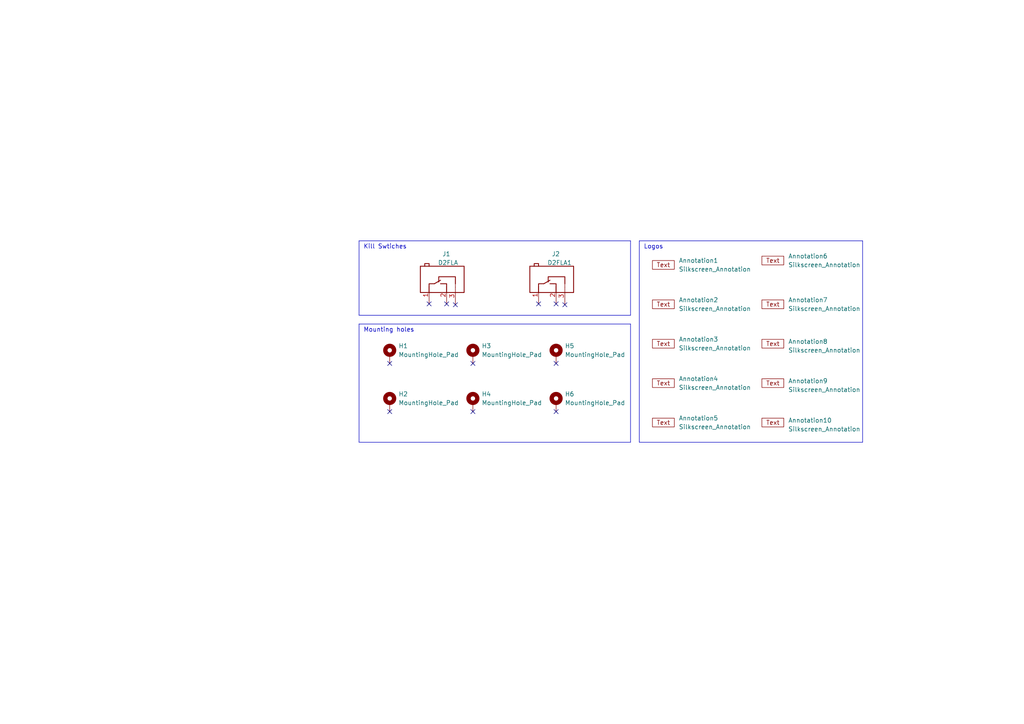
<source format=kicad_sch>
(kicad_sch (version 20230121) (generator eeschema)
  (paper "A4")
  (lib_symbols
    (symbol "-nsl_symbols:Silkscreen_Annotation"
      (property "Reference" "Annotation" (at 3.81 0 0))
      (property "Value" "Silkscreen_Annotation" (at 8.89 2.54 0))
      (symbol "Silkscreen_Annotation_0_0"
        (text "Text" (at 1.905 5.715 0) (effects (font (size 1.27 1.27))))
      )
      (symbol "Silkscreen_Annotation_0_1"
        (rectangle (start -1.27 6.985) (end 5.08 4.445))
      )
    )
    (symbol "Mechanical:MountingHole_Pad" (pin_numbers hide) (pin_names (offset 1.016) hide)
      (property "Reference" "H" (at 0 6.35 0))
      (property "Value" "MountingHole_Pad" (at 0 4.445 0))
      (symbol "MountingHole_Pad_0_1"
        (circle (center 0 1.27) (radius 1.27) (stroke (width 1.27)))
      )
      (symbol "MountingHole_Pad_1_1"
        (pin input line (at 0 -2.54 90) (length 2.54) (name "1") (number "1"))
      )
    )
    (symbol "miscelaneous-nsl:D2FLA"
      (property "Reference" "J" (at 0.254 7.62 0))
      (property "Value" "D2FLA" (at 0.508 5.588 0))
      (symbol "D2FLA_0_1"
        (polyline (pts (xy 3.81 -1.016) (xy 3.81 -2.032)))
      )
      (symbol "D2FLA_1_0"
        (polyline (pts (xy -2.286 -1.016) (xy -0.508 0)) (stroke (width 0.254)))
        (polyline (pts (xy -3.81 -3.556) (xy -3.81 -1.016) (xy -3.81 -1.016) (xy -2.286 -1.016)) (stroke (width 0.254)))
        (polyline (pts (xy -0.508 -1.016) (xy 1.27 -1.016) (xy 1.27 -1.016) (xy 1.27 -3.556)) (stroke (width 0.254)))
        (polyline (pts (xy -5.08 4.064) (xy -5.08 4.826) (xy -5.08 4.826) (xy -3.81 4.826) (xy -3.81 4.826) (xy -3.81 4.064)) (stroke (width 0.254)))
        (polyline (pts (xy 3.81 -1.016) (xy 3.81 1.016) (xy 3.81 1.016) (xy -1.016 1.016) (xy -1.016 1.016) (xy -1.016 -0.508)) (stroke (width 0.254)))
        (rectangle (start 6.35 4.064) (end -6.35 -3.556) (stroke (width 0.254)))
        (pin passive line (at -3.81 -6.858 90) (length 5.08) (name "COM") (number "1"))
        (pin passive line (at 1.27 -6.858 90) (length 5.08) (name "NO") (number "2"))
        (pin passive line (at 3.81 -7.112 90) (length 5.08) (name "NC") (number "3"))
      )
    )
    (symbol "symbols-nsl:Silkscreen_Annotation"
      (property "Reference" "Annotation" (at 3.81 0 0))
      (property "Value" "Silkscreen_Annotation" (at 8.89 2.54 0))
      (symbol "Silkscreen_Annotation_0_0"
        (text "Text" (at 1.905 5.715 0) (effects (font (size 1.27 1.27))))
      )
      (symbol "Silkscreen_Annotation_0_1"
        (rectangle (start -1.27 6.985) (end 5.08 4.445))
      )
    )
  )
  (no_connect (at 163.83 88.392))
  (no_connect (at 161.29 105.41))
  (no_connect (at 137.16 119.38))
  (no_connect (at 156.21 88.138))
  (no_connect (at 113.03 119.38))
  (no_connect (at 132.08 88.392))
  (no_connect (at 129.54 88.138))
  (no_connect (at 161.29 119.38))
  (no_connect (at 124.46 88.138))
  (no_connect (at 137.16 105.41))
  (no_connect (at 161.29 88.138))
  (no_connect (at 113.03 105.41))
  (polyline (pts (xy 104.14 69.85) (xy 104.14 91.44)))
  (polyline (pts (xy 250.19 128.27) (xy 185.42 128.27)))
  (polyline (pts (xy 182.88 93.98) (xy 182.88 128.27)))
  (polyline (pts (xy 182.88 69.85) (xy 182.88 91.44)))
  (polyline (pts (xy 182.88 128.27) (xy 104.14 128.27)))
  (polyline (pts (xy 185.42 69.85) (xy 185.42 128.27)))
  (polyline (pts (xy 104.14 93.98) (xy 182.88 93.98)))
  (polyline (pts (xy 250.19 69.85) (xy 250.19 128.27)))
  (polyline (pts (xy 104.14 69.85) (xy 182.88 69.85)))
  (polyline (pts (xy 182.88 91.44) (xy 104.14 91.44)))
  (polyline (pts (xy 185.42 69.85) (xy 250.19 69.85)))
  (polyline (pts (xy 104.14 93.98) (xy 104.14 128.27)))
  (text "Kill Swtiches" (at 105.41 72.39 0) (effects (font (size 1.27 1.27)) (justify left bottom)))
  (text "Logos\n" (at 186.69 72.39 0) (effects (font (size 1.27 1.27)) (justify left bottom)))
  (text "Mounting holes\n" (at 105.41 96.52 0) (effects (font (size 1.27 1.27)) (justify left bottom)))
  (symbol (lib_id "symbols-nsl:Silkscreen_Annotation") (at 190.5 105.41 0) (unit 1)
    (property "Reference" "Annotation3" (at 196.85 98.4249 0) (effects (justify left)))
    (property "Value" "Silkscreen_Annotation" (at 196.85 100.9649 0) (effects (justify left)))
    (property "Footprint" "-nsl_symbols:NSL_long" (effects hide))
  )
  (symbol (lib_id "symbols-nsl:Silkscreen_Annotation") (at 190.5 82.55 0) (unit 1)
    (property "Reference" "Annotation1" (at 196.85 75.5649 0) (effects (justify left)))
    (property "Value" "Silkscreen_Annotation" (at 196.85 78.1049 0) (effects (justify left)))
    (property "Footprint" "-nsl_symbols:NSL_long" (effects hide))
  )
  (symbol (lib_id "symbols-nsl:Silkscreen_Annotation") (at 190.5 128.27 0) (unit 1)
    (property "Reference" "Annotation5" (at 196.85 121.2849 0) (effects (justify left)))
    (property "Value" "Silkscreen_Annotation" (at 196.85 123.8249 0) (effects (justify left)))
    (property "Footprint" "-nsl_symbols:GRSS" (effects hide))
  )
  (symbol (lib_id "Mechanical:MountingHole_Pad") (at 113.03 116.84 0) (unit 1)
    (property "Reference" "H2" (at 115.57 114.2999 0) (effects (justify left)))
    (property "Value" "MountingHole_Pad" (at 115.57 116.8399 0) (effects (justify left)))
    (property "Footprint" "MountingHole:MountingHole_2.2mm_M2_Pad" (effects hide))
  )
  (symbol (lib_id "symbols-nsl:Silkscreen_Annotation") (at 190.5 93.98 0) (unit 1)
    (property "Reference" "Annotation2" (at 196.85 86.9949 0) (effects (justify left)))
    (property "Value" "Silkscreen_Annotation" (at 196.85 89.5349 0) (effects (justify left)))
    (property "Footprint" "-nsl_symbols:NSL_long" (effects hide))
  )
  (symbol (lib_id "Mechanical:MountingHole_Pad") (at 113.03 102.87 0) (unit 1)
    (property "Reference" "H1" (at 115.57 100.3299 0) (effects (justify left)))
    (property "Value" "MountingHole_Pad" (at 115.57 102.8699 0) (effects (justify left)))
    (property "Footprint" "MountingHole:MountingHole_2.2mm_M2_Pad" (effects hide))
  )
  (symbol (lib_id "Mechanical:MountingHole_Pad") (at 161.29 116.84 0) (unit 1)
    (property "Reference" "H6" (at 163.83 114.2999 0) (effects (justify left)))
    (property "Value" "MountingHole_Pad" (at 163.83 116.8399 0) (effects (justify left)))
    (property "Footprint" "MountingHole:MountingHole_2.2mm_M2_Pad" (effects hide))
  )
  (symbol (lib_id "symbols-nsl:Silkscreen_Annotation") (at 190.5 116.84 0) (unit 1)
    (property "Reference" "Annotation4" (at 196.85 109.8549 0) (effects (justify left)))
    (property "Value" "Silkscreen_Annotation" (at 196.85 112.3949 0) (effects (justify left)))
    (property "Footprint" "-nsl_symbols:NSL_long" (effects hide))
  )
  (symbol (lib_id "symbols-nsl:Silkscreen_Annotation") (at 222.25 93.98 0) (unit 1)
    (property "Reference" "Annotation7" (at 228.6 86.9949 0) (effects (justify left)))
    (property "Value" "Silkscreen_Annotation" (at 228.6 89.5349 0) (effects (justify left)))
    (property "Footprint" "-nsl_symbols:Bridgemaker" (effects hide))
  )
  (symbol (lib_id "Mechanical:MountingHole_Pad") (at 161.29 102.87 0) (unit 1)
    (property "Reference" "H5" (at 163.83 100.3299 0) (effects (justify left)))
    (property "Value" "MountingHole_Pad" (at 163.83 102.8699 0) (effects (justify left)))
    (property "Footprint" "MountingHole:MountingHole_2.2mm_M2_Pad" (effects hide))
  )
  (symbol (lib_id "symbols-nsl:Silkscreen_Annotation") (at 222.25 81.28 0) (unit 1)
    (property "Reference" "Annotation6" (at 228.6 74.2949 0) (effects (justify left)))
    (property "Value" "Silkscreen_Annotation" (at 228.6 76.8349 0) (effects (justify left)))
    (property "Footprint" "-nsl_symbols:IEEE_logo" (effects hide))
  )
  (symbol (lib_id "miscelaneous-nsl:D2FLA") (at 160.02 81.28 0) (unit 1) (in_bom no)
    (property "Reference" "J2" (at 160.02 73.66 0) (effects (justify left)))
    (property "Value" "D2FLA1" (at 158.75 76.2 0) (effects (justify left)))
    (property "Footprint" "-nsl_miscellaneous:D2FLA1" (effects hide))
  )
  (symbol (lib_id "-nsl_symbols:Silkscreen_Annotation") (at 222.25 128.27 0) (unit 1)
    (property "Reference" "Annotation10" (at 228.6 121.92 0) (effects (justify left)))
    (property "Value" "Silkscreen_Annotation" (at 228.6 124.46 0) (effects (justify left)))
    (property "Footprint" "-nsl_symbols:NSL" (effects hide))
  )
  (symbol (lib_id "miscelaneous-nsl:D2FLA") (at 128.27 81.28 0) (unit 1) (in_bom no)
    (property "Reference" "J1" (at 128.27 73.66 0) (effects (justify left)))
    (property "Value" "D2FLA" (at 127 76.2 0) (effects (justify left)))
    (property "Footprint" "-nsl_miscellaneous:D2FLA" (effects hide))
  )
  (symbol (lib_id "Mechanical:MountingHole_Pad") (at 137.16 116.84 0) (unit 1)
    (property "Reference" "H4" (at 139.7 114.2999 0) (effects (justify left)))
    (property "Value" "MountingHole_Pad" (at 139.7 116.8399 0) (effects (justify left)))
    (property "Footprint" "MountingHole:MountingHole_2.2mm_M2_Pad" (effects hide))
  )
  (symbol (lib_id "-nsl_symbols:Silkscreen_Annotation") (at 222.25 105.41 0) (unit 1)
    (property "Reference" "Annotation8" (at 228.6 99.06 0) (effects (justify left)))
    (property "Value" "Silkscreen_Annotation" (at 228.6 101.6 0) (effects (justify left)))
    (property "Footprint" "-nsl_symbols:UPC_positiu" (effects hide))
  )
  (symbol (lib_id "Mechanical:MountingHole_Pad") (at 137.16 102.87 0) (unit 1)
    (property "Reference" "H3" (at 139.7 100.3299 0) (effects (justify left)))
    (property "Value" "MountingHole_Pad" (at 139.7 102.8699 0) (effects (justify left)))
    (property "Footprint" "MountingHole:MountingHole_2.2mm_M2_Pad" (effects hide))
  )
  (symbol (lib_id "-nsl_symbols:Silkscreen_Annotation") (at 222.25 116.84 0) (unit 1)
    (property "Reference" "Annotation9" (at 228.6 110.49 0) (effects (justify left)))
    (property "Value" "Silkscreen_Annotation" (at 228.6 113.03 0) (effects (justify left)))
    (property "Footprint" "-nsl_symbols:Telecos" (effects hide))
  )
)
</source>
